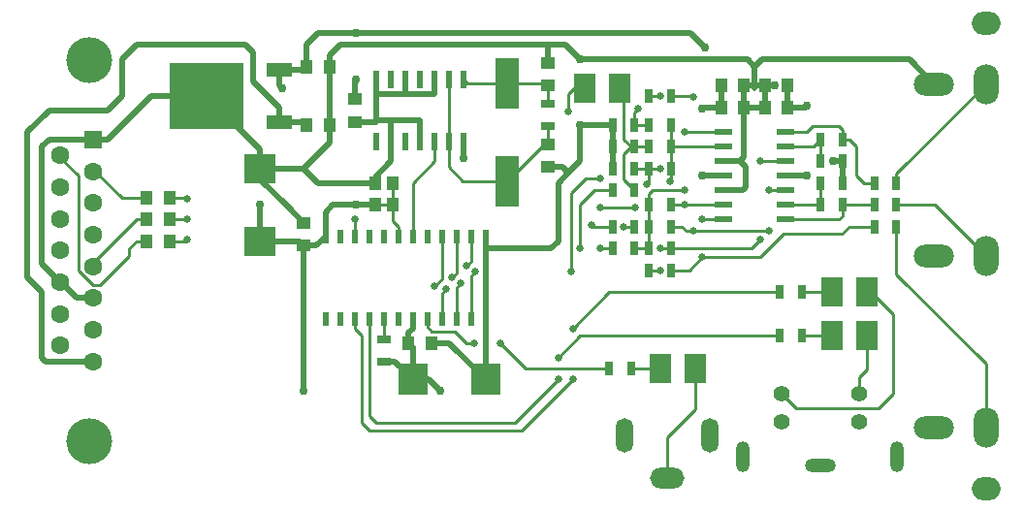
<source format=gtl>
G04 #@! TF.FileFunction,Copper,L1,Top,Signal*
%FSLAX46Y46*%
G04 Gerber Fmt 4.6, Leading zero omitted, Abs format (unit mm)*
G04 Created by KiCad (PCBNEW 4.0.7) date 02/27/18 10:57:39*
%MOMM*%
%LPD*%
G01*
G04 APERTURE LIST*
%ADD10C,0.100000*%
%ADD11C,0.254000*%
%ADD12O,1.200000X2.700000*%
%ADD13C,1.400000*%
%ADD14O,2.700000X1.200000*%
%ADD15O,2.200000X3.500000*%
%ADD16O,3.500000X2.000000*%
%ADD17O,2.500000X2.000000*%
%ADD18R,2.200000X1.200000*%
%ADD19R,6.400000X5.800000*%
%ADD20R,3.050000X2.750000*%
%ADD21R,2.550000X2.700000*%
%ADD22R,1.000000X1.250000*%
%ADD23R,1.250000X1.000000*%
%ADD24R,2.700000X2.550000*%
%ADD25R,1.950000X2.500000*%
%ADD26R,1.600000X1.600000*%
%ADD27C,1.600000*%
%ADD28C,4.000000*%
%ADD29R,1.300000X0.700000*%
%ADD30R,0.700000X1.300000*%
%ADD31R,1.500000X0.600000*%
%ADD32O,1.500000X3.000000*%
%ADD33O,3.000000X1.800000*%
%ADD34C,0.635000*%
%ADD35R,0.600000X1.500000*%
%ADD36R,2.000000X4.500000*%
%ADD37R,1.100000X1.300000*%
%ADD38R,0.600000X1.200000*%
%ADD39C,0.762000*%
%ADD40C,0.508000*%
%ADD41C,0.250000*%
G04 APERTURE END LIST*
D10*
D11*
X101473000Y-91440000D02*
X102997000Y-91440000D01*
D12*
X133585000Y-113395000D03*
X147085000Y-113395000D03*
D13*
X136935000Y-107895000D03*
X143735000Y-107895000D03*
X136935000Y-110395000D03*
X143735000Y-110395000D03*
D14*
X140335000Y-114195000D03*
D15*
X154805000Y-95885000D03*
X154805000Y-110885000D03*
X154805000Y-80885000D03*
D16*
X150305000Y-95885000D03*
X150305000Y-110885000D03*
X150305000Y-80885000D03*
D17*
X154805000Y-75585000D03*
X154805000Y-116185000D03*
D18*
X93100000Y-84195000D03*
X93100000Y-79635000D03*
D19*
X86800000Y-81915000D03*
D20*
X85125000Y-80390000D03*
X88475000Y-83440000D03*
X85125000Y-83440000D03*
X88475000Y-80390000D03*
D21*
X104775000Y-106680000D03*
X111125000Y-106680000D03*
D22*
X95520000Y-84455000D03*
X97520000Y-84455000D03*
X81550000Y-90805000D03*
X83550000Y-90805000D03*
X95520000Y-79375000D03*
X97520000Y-79375000D03*
X81550000Y-92710000D03*
X83550000Y-92710000D03*
X81550000Y-94615000D03*
X83550000Y-94615000D03*
X104410000Y-103505000D03*
X106410000Y-103505000D03*
D23*
X95250000Y-94980000D03*
X95250000Y-92980000D03*
D24*
X91440000Y-94615000D03*
X91440000Y-88265000D03*
D25*
X126427500Y-105727500D03*
X129477500Y-105727500D03*
X141350000Y-102870000D03*
X144400000Y-102870000D03*
X141350000Y-99060000D03*
X144400000Y-99060000D03*
X122810000Y-81280000D03*
X119760000Y-81280000D03*
D22*
X131715000Y-81026000D03*
X133715000Y-81026000D03*
X135525000Y-82931000D03*
X137525000Y-82931000D03*
X131715000Y-82931000D03*
X133715000Y-82931000D03*
X135525000Y-81026000D03*
X137525000Y-81026000D03*
D26*
X76835000Y-85725000D03*
D27*
X76835000Y-88495000D03*
X76835000Y-91265000D03*
X76835000Y-94035000D03*
X76835000Y-96805000D03*
X76835000Y-99575000D03*
X76835000Y-102345000D03*
X76835000Y-105115000D03*
X73995000Y-87110000D03*
X73995000Y-89880000D03*
X73995000Y-92650000D03*
X73995000Y-95420000D03*
X73995000Y-98190000D03*
X73995000Y-100960000D03*
X73995000Y-103730000D03*
D28*
X76535000Y-78770000D03*
X76535000Y-112070000D03*
D29*
X102235000Y-105090000D03*
X102235000Y-103190000D03*
D30*
X121922500Y-105727500D03*
X123822500Y-105727500D03*
X136845000Y-102870000D03*
X138745000Y-102870000D03*
X136845000Y-99060000D03*
X138745000Y-99060000D03*
X122240000Y-90170000D03*
X124140000Y-90170000D03*
X122240000Y-84455000D03*
X124140000Y-84455000D03*
X122240000Y-86360000D03*
X124140000Y-86360000D03*
X122240000Y-88265000D03*
X124140000Y-88265000D03*
X125415000Y-86360000D03*
X127315000Y-86360000D03*
X127315000Y-84455000D03*
X125415000Y-84455000D03*
X125415000Y-88265000D03*
X127315000Y-88265000D03*
X122240000Y-93345000D03*
X124140000Y-93345000D03*
X125415000Y-81915000D03*
X127315000Y-81915000D03*
X124140000Y-95250000D03*
X122240000Y-95250000D03*
X125415000Y-95250000D03*
X127315000Y-95250000D03*
X127315000Y-93345000D03*
X125415000Y-93345000D03*
X125415000Y-91440000D03*
X127315000Y-91440000D03*
X127315000Y-97155000D03*
X125415000Y-97155000D03*
X140401000Y-91440000D03*
X142301000Y-91440000D03*
X142301000Y-89535000D03*
X140401000Y-89535000D03*
X140401000Y-85725000D03*
X142301000Y-85725000D03*
X142301000Y-87630000D03*
X140401000Y-87630000D03*
X145100000Y-91440000D03*
X147000000Y-91440000D03*
X145100000Y-89535000D03*
X147000000Y-89535000D03*
X145100000Y-93345000D03*
X147000000Y-93345000D03*
D31*
X131920000Y-85090000D03*
X131920000Y-86360000D03*
X131920000Y-87630000D03*
X131920000Y-88900000D03*
X131920000Y-90170000D03*
X131920000Y-91440000D03*
X131920000Y-92710000D03*
X137320000Y-92710000D03*
X137320000Y-91440000D03*
X137320000Y-90170000D03*
X137320000Y-88900000D03*
X137320000Y-87630000D03*
X137320000Y-86360000D03*
X137320000Y-85090000D03*
D32*
X130750000Y-111600000D03*
D33*
X127000000Y-115300000D03*
D32*
X123250000Y-111600000D03*
D34*
X85090000Y-80010000D03*
X86995000Y-80010000D03*
X88900000Y-80010000D03*
X85090000Y-81915000D03*
X86995000Y-81915000D03*
X88900000Y-81915000D03*
X85090000Y-83820000D03*
X86995000Y-83820000D03*
X88900000Y-83820000D03*
D23*
X116586000Y-81010000D03*
X116586000Y-79010000D03*
X116586000Y-88122000D03*
X116586000Y-86122000D03*
X99695000Y-82185000D03*
X99695000Y-84185000D03*
D29*
X116586000Y-82616000D03*
X116586000Y-84516000D03*
D35*
X109220000Y-80485000D03*
X107950000Y-80485000D03*
X106680000Y-80485000D03*
X105410000Y-80485000D03*
X104140000Y-80485000D03*
X102870000Y-80485000D03*
X101600000Y-80485000D03*
X101600000Y-85885000D03*
X102870000Y-85885000D03*
X104140000Y-85885000D03*
X105410000Y-85885000D03*
X106680000Y-85885000D03*
X107950000Y-85885000D03*
X109220000Y-85885000D03*
D36*
X113030000Y-80840000D03*
X113030000Y-89340000D03*
D37*
X101485000Y-91440000D03*
X102985000Y-91440000D03*
X101485000Y-89535000D03*
X102985000Y-89535000D03*
D34*
X107696000Y-98806000D03*
X108966000Y-98298000D03*
X110236000Y-97282000D03*
X106680000Y-98552000D03*
X108204000Y-97790000D03*
X109474000Y-96774000D03*
D38*
X111125000Y-101390000D03*
X111125000Y-94190000D03*
X109855000Y-101390000D03*
X109855000Y-94190000D03*
X108585000Y-101390000D03*
X108585000Y-94190000D03*
X107315000Y-101390000D03*
X107315000Y-94190000D03*
X106045000Y-101390000D03*
X106045000Y-94190000D03*
X104775000Y-101390000D03*
X104775000Y-94190000D03*
X103505000Y-101390000D03*
X103505000Y-94190000D03*
X102235000Y-101390000D03*
X102235000Y-94190000D03*
X100965000Y-101390000D03*
X100965000Y-94190000D03*
X99695000Y-101390000D03*
X99695000Y-94190000D03*
X98425000Y-101390000D03*
X98425000Y-94190000D03*
X97155000Y-101390000D03*
X97155000Y-94190000D03*
D39*
X119380000Y-84455000D03*
X119380000Y-78740000D03*
X136398000Y-81026000D03*
X141478000Y-87630000D03*
X109220000Y-87376000D03*
X99822000Y-80518000D03*
X107188000Y-107696000D03*
X95250000Y-107696000D03*
X99822000Y-91440000D03*
X99822000Y-76454000D03*
X93345000Y-81280000D03*
X91440000Y-91440000D03*
X130302000Y-77724000D03*
X130048000Y-83058000D03*
X130048000Y-88900000D03*
D34*
X99695000Y-92710000D03*
X118364000Y-83312000D03*
D39*
X139192000Y-88900000D03*
X139192000Y-82804000D03*
D34*
X112395000Y-103505000D03*
X110109000Y-103505000D03*
X117475000Y-106680000D03*
X117475000Y-104775000D03*
X118745000Y-106680000D03*
X118745000Y-102235000D03*
X127254000Y-89408000D03*
X121158000Y-95250000D03*
X124206000Y-91694000D03*
X121158000Y-91694000D03*
X123190000Y-93345000D03*
X126365000Y-95250000D03*
X135128000Y-94488000D03*
X135128000Y-87630000D03*
X135890000Y-93726000D03*
X135890000Y-90170000D03*
X129286000Y-82042000D03*
X129286000Y-93726000D03*
X128524000Y-85090000D03*
X128524000Y-90170000D03*
X128524000Y-91440000D03*
X126365000Y-97155000D03*
X130048000Y-92710000D03*
X130048000Y-96012000D03*
X85090000Y-90932000D03*
X85090000Y-92710000D03*
X85090000Y-94488000D03*
X119380000Y-95250000D03*
X124460000Y-83058000D03*
X120396000Y-93218000D03*
X118618000Y-97282000D03*
X121158000Y-89154000D03*
X125222000Y-89662000D03*
X126365000Y-88265000D03*
X126365000Y-81915000D03*
D40*
X111125000Y-101390000D02*
X111125000Y-106680000D01*
X111125000Y-95250000D02*
X111125000Y-101390000D01*
X117475000Y-94615000D02*
X116840000Y-95250000D01*
X118364000Y-88646000D02*
X117475000Y-89535000D01*
X117475000Y-94615000D02*
X117475000Y-89535000D01*
X111125000Y-95250000D02*
X111125000Y-94190000D01*
X116840000Y-95250000D02*
X111125000Y-95250000D01*
X116586000Y-88122000D02*
X117840000Y-88122000D01*
X117840000Y-88122000D02*
X118364000Y-88646000D01*
X116586000Y-79010000D02*
X116586000Y-77470000D01*
X116586000Y-77470000D02*
X116586000Y-77724000D01*
X116586000Y-77724000D02*
X116586000Y-77470000D01*
X102870000Y-84074000D02*
X105410000Y-84074000D01*
X105410000Y-84074000D02*
X105410000Y-85885000D01*
X101600000Y-84074000D02*
X102870000Y-84074000D01*
X102870000Y-84074000D02*
X102870000Y-85885000D01*
X104140000Y-81788000D02*
X106680000Y-81788000D01*
X106680000Y-81788000D02*
X106680000Y-80485000D01*
X101600000Y-81788000D02*
X104140000Y-81788000D01*
X104140000Y-81788000D02*
X104140000Y-80485000D01*
X101600000Y-84185000D02*
X101600000Y-84074000D01*
X101600000Y-84074000D02*
X101600000Y-81788000D01*
X101600000Y-81788000D02*
X101600000Y-80485000D01*
X99695000Y-84185000D02*
X101600000Y-84185000D01*
X101485000Y-89535000D02*
X101485000Y-89015000D01*
X101485000Y-89015000D02*
X102870000Y-87630000D01*
X102870000Y-87630000D02*
X102870000Y-85885000D01*
X95250000Y-88265000D02*
X96520000Y-89535000D01*
X96520000Y-89535000D02*
X101485000Y-89535000D01*
X119380000Y-87630000D02*
X119380000Y-84455000D01*
X118364000Y-88646000D02*
X119380000Y-87630000D01*
X97520000Y-79375000D02*
X97520000Y-78375000D01*
X118110000Y-77470000D02*
X119380000Y-78740000D01*
X98425000Y-77470000D02*
X102870000Y-77470000D01*
X102870000Y-77470000D02*
X116586000Y-77470000D01*
X116586000Y-77470000D02*
X118110000Y-77470000D01*
X97520000Y-78375000D02*
X98425000Y-77470000D01*
X134620000Y-79375000D02*
X135255000Y-78740000D01*
X148160000Y-78740000D02*
X150305000Y-80885000D01*
X135255000Y-78740000D02*
X148160000Y-78740000D01*
X122240000Y-84455000D02*
X119380000Y-84455000D01*
X134620000Y-79375000D02*
X134620000Y-81026000D01*
X119380000Y-78740000D02*
X133985000Y-78740000D01*
X133985000Y-78740000D02*
X134620000Y-79375000D01*
X134620000Y-81026000D02*
X134620000Y-81280000D01*
X134620000Y-81280000D02*
X134620000Y-81026000D01*
X142301000Y-87630000D02*
X141478000Y-87630000D01*
X136398000Y-81026000D02*
X135525000Y-81026000D01*
X133350000Y-87630000D02*
X133858000Y-88138000D01*
X133604000Y-90170000D02*
X131920000Y-90170000D01*
X133858000Y-89916000D02*
X133604000Y-90170000D01*
X133858000Y-88138000D02*
X133858000Y-89916000D01*
X133715000Y-82931000D02*
X133715000Y-87265000D01*
X133350000Y-87630000D02*
X131920000Y-87630000D01*
X133715000Y-87265000D02*
X133350000Y-87630000D01*
X133715000Y-81026000D02*
X134620000Y-81026000D01*
X134620000Y-81026000D02*
X135525000Y-81026000D01*
X135525000Y-81026000D02*
X135525000Y-82931000D01*
X135525000Y-82931000D02*
X133715000Y-82931000D01*
X133715000Y-82931000D02*
X133715000Y-81026000D01*
X106410000Y-103505000D02*
X107950000Y-103505000D01*
X107950000Y-103505000D02*
X111125000Y-106680000D01*
X142301000Y-87630000D02*
X142301000Y-89535000D01*
X122240000Y-84455000D02*
X122240000Y-86360000D01*
X122240000Y-86360000D02*
X122240000Y-88265000D01*
X76835000Y-85725000D02*
X73025000Y-85725000D01*
X72390000Y-96585000D02*
X73995000Y-98190000D01*
X72390000Y-86360000D02*
X72390000Y-96585000D01*
X73025000Y-85725000D02*
X72390000Y-86360000D01*
X73995000Y-98190000D02*
X74060000Y-98190000D01*
X74060000Y-98190000D02*
X75445000Y-99575000D01*
X75445000Y-99575000D02*
X76835000Y-99575000D01*
X91440000Y-88265000D02*
X91440000Y-89170000D01*
X91440000Y-89170000D02*
X93845000Y-91575000D01*
X93845000Y-91575000D02*
X95250000Y-92980000D01*
X97520000Y-84455000D02*
X97520000Y-79375000D01*
X91440000Y-88265000D02*
X95250000Y-88265000D01*
X97520000Y-85995000D02*
X97520000Y-84455000D01*
X95250000Y-88265000D02*
X97520000Y-85995000D01*
X91440000Y-88265000D02*
X91440000Y-86555000D01*
X91440000Y-86555000D02*
X86800000Y-81915000D01*
X76835000Y-85725000D02*
X78105000Y-85725000D01*
X81915000Y-81915000D02*
X86800000Y-81915000D01*
X78105000Y-85725000D02*
X81915000Y-81915000D01*
D41*
X76835000Y-88495000D02*
X77065000Y-88495000D01*
X77065000Y-88495000D02*
X79375000Y-90805000D01*
X79375000Y-90805000D02*
X81550000Y-90805000D01*
D40*
X104410000Y-103505000D02*
X104410000Y-102600000D01*
X104775000Y-102235000D02*
X104775000Y-101390000D01*
X104410000Y-102600000D02*
X104775000Y-102235000D01*
X97155000Y-94190000D02*
X97155000Y-92075000D01*
X97155000Y-92075000D02*
X97790000Y-91440000D01*
X97790000Y-91440000D02*
X99822000Y-91440000D01*
X95250000Y-94980000D02*
X96365000Y-94980000D01*
X96365000Y-94980000D02*
X97155000Y-94190000D01*
X109220000Y-87376000D02*
X109220000Y-85885000D01*
X99695000Y-82185000D02*
X99695000Y-80645000D01*
X99695000Y-80645000D02*
X99822000Y-80518000D01*
X95520000Y-78470000D02*
X95520000Y-77454000D01*
X95520000Y-79375000D02*
X95520000Y-78470000D01*
X96520000Y-76454000D02*
X99568000Y-76454000D01*
X95520000Y-77454000D02*
X96520000Y-76454000D01*
X95250000Y-94980000D02*
X95250000Y-107696000D01*
X106172000Y-106680000D02*
X104775000Y-106680000D01*
X107188000Y-107696000D02*
X106172000Y-106680000D01*
X99568000Y-76454000D02*
X99822000Y-76454000D01*
X99822000Y-91440000D02*
X101485000Y-91440000D01*
X91440000Y-94615000D02*
X91440000Y-91440000D01*
X93100000Y-81035000D02*
X93100000Y-79635000D01*
X93345000Y-81280000D02*
X93100000Y-81035000D01*
X104648000Y-76454000D02*
X106471000Y-76454000D01*
X99568000Y-76454000D02*
X104648000Y-76454000D01*
X129032000Y-76454000D02*
X106471000Y-76454000D01*
X130302000Y-77724000D02*
X129032000Y-76454000D01*
X131715000Y-82931000D02*
X130175000Y-82931000D01*
X130175000Y-82931000D02*
X130048000Y-83058000D01*
X130048000Y-88900000D02*
X131920000Y-88900000D01*
X131715000Y-81026000D02*
X131715000Y-82931000D01*
X102235000Y-105090000D02*
X103185000Y-105090000D01*
X103185000Y-105090000D02*
X104775000Y-106680000D01*
X104775000Y-106680000D02*
X104775000Y-103870000D01*
X91440000Y-94615000D02*
X94885000Y-94615000D01*
X94885000Y-94615000D02*
X95250000Y-94980000D01*
X93100000Y-79635000D02*
X95260000Y-79635000D01*
X95260000Y-79635000D02*
X95520000Y-79375000D01*
D41*
X76835000Y-96805000D02*
X76835000Y-96520000D01*
X76835000Y-96520000D02*
X80645000Y-92710000D01*
X80645000Y-92710000D02*
X81550000Y-92710000D01*
X73995000Y-87110000D02*
X73995000Y-87330000D01*
X73995000Y-87330000D02*
X75565000Y-88900000D01*
X75565000Y-88900000D02*
X75565000Y-93980000D01*
X75565000Y-93980000D02*
X75565000Y-97155000D01*
X75565000Y-97155000D02*
X76835000Y-98425000D01*
X76835000Y-98425000D02*
X77470000Y-98425000D01*
X77470000Y-98425000D02*
X80010000Y-95885000D01*
X80010000Y-95885000D02*
X80010000Y-95250000D01*
X80010000Y-95250000D02*
X80645000Y-94615000D01*
X80645000Y-94615000D02*
X81550000Y-94615000D01*
D11*
X123822500Y-105727500D02*
X126427500Y-105727500D01*
X129477500Y-105727500D02*
X129477500Y-109282500D01*
X127000000Y-111760000D02*
X127000000Y-115300000D01*
X129477500Y-109282500D02*
X127000000Y-111760000D01*
X138745000Y-102870000D02*
X141350000Y-102870000D01*
X144400000Y-105155000D02*
X144400000Y-105790000D01*
X144400000Y-102870000D02*
X144400000Y-105155000D01*
X143735000Y-106455000D02*
X143735000Y-107895000D01*
X144400000Y-105790000D02*
X143735000Y-106455000D01*
X138745000Y-99060000D02*
X141350000Y-99060000D01*
X146685000Y-106045000D02*
X146685000Y-107950000D01*
X146685000Y-100965000D02*
X146685000Y-106045000D01*
X144780000Y-99060000D02*
X146685000Y-100965000D01*
X138260000Y-109220000D02*
X136935000Y-107895000D01*
X145415000Y-109220000D02*
X138260000Y-109220000D01*
X146685000Y-107950000D02*
X145415000Y-109220000D01*
X144400000Y-99060000D02*
X144780000Y-99060000D01*
X124140000Y-86360000D02*
X123825000Y-86360000D01*
X123825000Y-86360000D02*
X123190000Y-85725000D01*
X123190000Y-85725000D02*
X123190000Y-81660000D01*
X123190000Y-81660000D02*
X122810000Y-81280000D01*
X124140000Y-86360000D02*
X125415000Y-86360000D01*
X123825000Y-86360000D02*
X123190000Y-86995000D01*
X123190000Y-86995000D02*
X123190000Y-89220000D01*
X123190000Y-89220000D02*
X124140000Y-90170000D01*
X99695000Y-92710000D02*
X99695000Y-94190000D01*
X118364000Y-81788000D02*
X118872000Y-81280000D01*
X118364000Y-83312000D02*
X118364000Y-81788000D01*
X118872000Y-81280000D02*
X119760000Y-81280000D01*
D40*
X137525000Y-82931000D02*
X139065000Y-82931000D01*
X139192000Y-88900000D02*
X137320000Y-88900000D01*
X139065000Y-82931000D02*
X139192000Y-82804000D01*
X137525000Y-81026000D02*
X137525000Y-82931000D01*
D11*
X147000000Y-91440000D02*
X150360000Y-91440000D01*
X150360000Y-91440000D02*
X154805000Y-95885000D01*
X147000000Y-93345000D02*
X147000000Y-97470000D01*
X154805000Y-105275000D02*
X154805000Y-110885000D01*
X147000000Y-97470000D02*
X154805000Y-105275000D01*
X147000000Y-89535000D02*
X147000000Y-88690000D01*
X147000000Y-88690000D02*
X154805000Y-80885000D01*
X102235000Y-103190000D02*
X102235000Y-101390000D01*
X106045000Y-101390000D02*
X106045000Y-102108000D01*
X117157500Y-105727500D02*
X121922500Y-105727500D01*
X114617500Y-105727500D02*
X117157500Y-105727500D01*
X112395000Y-103505000D02*
X114617500Y-105727500D01*
X109474000Y-103505000D02*
X110109000Y-103505000D01*
X108458000Y-102489000D02*
X109474000Y-103505000D01*
X106426000Y-102489000D02*
X108458000Y-102489000D01*
X106045000Y-102108000D02*
X106426000Y-102489000D01*
X100965000Y-101390000D02*
X100965000Y-109855000D01*
X101600000Y-110490000D02*
X113665000Y-110490000D01*
X113665000Y-110490000D02*
X117475000Y-106680000D01*
X117475000Y-104775000D02*
X119380000Y-102870000D01*
X119380000Y-102870000D02*
X136845000Y-102870000D01*
X100965000Y-109855000D02*
X101600000Y-110490000D01*
X99695000Y-101390000D02*
X99695000Y-102235000D01*
X100330000Y-110490000D02*
X100965000Y-111125000D01*
X100965000Y-111125000D02*
X114300000Y-111125000D01*
X114300000Y-111125000D02*
X118745000Y-106680000D01*
X118745000Y-102235000D02*
X121920000Y-99060000D01*
X121920000Y-99060000D02*
X136845000Y-99060000D01*
X100330000Y-102870000D02*
X100330000Y-109855000D01*
X99695000Y-102235000D02*
X100330000Y-102870000D01*
X100330000Y-109855000D02*
X100330000Y-110490000D01*
X127315000Y-88265000D02*
X127315000Y-89347000D01*
X127315000Y-89347000D02*
X127254000Y-89408000D01*
X121158000Y-95250000D02*
X122240000Y-95250000D01*
X121158000Y-91694000D02*
X124206000Y-91694000D01*
X131920000Y-86360000D02*
X128110000Y-86360000D01*
X128110000Y-86360000D02*
X127315000Y-86360000D01*
X127315000Y-88265000D02*
X127315000Y-86360000D01*
X127315000Y-84455000D02*
X127315000Y-86360000D01*
X127315000Y-95250000D02*
X126365000Y-95250000D01*
X123190000Y-93345000D02*
X124140000Y-93345000D01*
X130556000Y-95250000D02*
X134366000Y-95250000D01*
X134366000Y-95250000D02*
X135128000Y-94488000D01*
X137320000Y-87630000D02*
X135128000Y-87630000D01*
X130556000Y-95250000D02*
X127315000Y-95250000D01*
X129540000Y-93726000D02*
X128651000Y-93726000D01*
X128270000Y-93345000D02*
X127315000Y-93345000D01*
X128651000Y-93726000D02*
X128270000Y-93345000D01*
X129286000Y-93726000D02*
X129540000Y-93726000D01*
X129540000Y-93726000D02*
X129794000Y-93726000D01*
X129794000Y-93726000D02*
X135890000Y-93726000D01*
X135890000Y-90170000D02*
X137320000Y-90170000D01*
X127315000Y-81915000D02*
X129159000Y-81915000D01*
X129159000Y-93599000D02*
X129286000Y-93726000D01*
X129159000Y-81915000D02*
X129286000Y-82042000D01*
X128524000Y-90170000D02*
X125730000Y-90170000D01*
X131920000Y-85090000D02*
X128524000Y-85090000D01*
X125415000Y-90485000D02*
X125415000Y-91440000D01*
X125730000Y-90170000D02*
X125415000Y-90485000D01*
X125415000Y-93345000D02*
X125415000Y-91440000D01*
X125415000Y-93345000D02*
X125415000Y-95250000D01*
X124140000Y-95250000D02*
X125415000Y-95250000D01*
X125415000Y-97155000D02*
X126365000Y-97155000D01*
X128016000Y-91440000D02*
X131920000Y-91440000D01*
X127315000Y-91440000D02*
X128524000Y-91440000D01*
X128524000Y-91440000D02*
X128016000Y-91440000D01*
X128016000Y-91440000D02*
X128110000Y-91440000D01*
X130048000Y-96012000D02*
X135128000Y-96012000D01*
X142875000Y-93345000D02*
X145100000Y-93345000D01*
X142240000Y-93980000D02*
X142875000Y-93345000D01*
X137160000Y-93980000D02*
X142240000Y-93980000D01*
X135128000Y-96012000D02*
X137160000Y-93980000D01*
X127315000Y-97155000D02*
X128905000Y-97155000D01*
X130048000Y-92710000D02*
X131920000Y-92710000D01*
X128905000Y-97155000D02*
X130048000Y-96012000D01*
X137320000Y-91440000D02*
X140401000Y-91440000D01*
X140401000Y-91440000D02*
X140401000Y-89535000D01*
X142301000Y-91440000D02*
X145100000Y-91440000D01*
X137320000Y-92710000D02*
X141986000Y-92710000D01*
X142301000Y-92395000D02*
X142301000Y-91440000D01*
X141986000Y-92710000D02*
X142301000Y-92395000D01*
X142301000Y-91760000D02*
X142301000Y-91440000D01*
X137320000Y-86360000D02*
X139766000Y-86360000D01*
X139766000Y-86360000D02*
X140401000Y-85725000D01*
X140401000Y-85725000D02*
X140401000Y-87630000D01*
X142301000Y-85725000D02*
X142875000Y-85725000D01*
X144145000Y-89535000D02*
X145100000Y-89535000D01*
X143510000Y-88900000D02*
X144145000Y-89535000D01*
X143510000Y-86360000D02*
X143510000Y-88900000D01*
X142875000Y-85725000D02*
X143510000Y-86360000D01*
X137320000Y-85090000D02*
X139192000Y-85090000D01*
X142301000Y-84897000D02*
X142301000Y-85725000D01*
X141986000Y-84582000D02*
X142301000Y-84897000D01*
X139700000Y-84582000D02*
X141986000Y-84582000D01*
X139192000Y-85090000D02*
X139700000Y-84582000D01*
D40*
X93100000Y-84195000D02*
X95260000Y-84195000D01*
X95260000Y-84195000D02*
X95520000Y-84455000D01*
X78105000Y-83185000D02*
X79375000Y-81915000D01*
X72730000Y-105115000D02*
X72390000Y-104775000D01*
X72390000Y-104775000D02*
X72390000Y-99060000D01*
X72390000Y-99060000D02*
X71120000Y-97790000D01*
X71120000Y-97790000D02*
X71120000Y-85090000D01*
X71120000Y-85090000D02*
X73025000Y-83185000D01*
X73025000Y-83185000D02*
X78105000Y-83185000D01*
X76835000Y-105115000D02*
X72730000Y-105115000D01*
X93100000Y-82940000D02*
X93100000Y-84195000D01*
X90805000Y-80645000D02*
X93100000Y-82940000D01*
X90805000Y-78105000D02*
X90805000Y-80645000D01*
X90170000Y-77470000D02*
X90805000Y-78105000D01*
X89535000Y-77470000D02*
X90170000Y-77470000D01*
X80645000Y-77470000D02*
X89535000Y-77470000D01*
X79375000Y-78740000D02*
X80645000Y-77470000D01*
X79375000Y-81915000D02*
X79375000Y-78740000D01*
D11*
X95260000Y-84195000D02*
X95520000Y-84455000D01*
X104775000Y-94190000D02*
X104775000Y-89535000D01*
X104775000Y-89535000D02*
X106680000Y-87630000D01*
X106680000Y-87630000D02*
X106680000Y-85885000D01*
X113030000Y-80840000D02*
X109575000Y-80840000D01*
X109575000Y-80840000D02*
X109220000Y-80485000D01*
X116586000Y-82616000D02*
X116586000Y-81010000D01*
X116586000Y-81010000D02*
X116416000Y-80840000D01*
X116416000Y-80840000D02*
X113030000Y-80840000D01*
X107950000Y-85885000D02*
X107950000Y-80485000D01*
X113030000Y-89340000D02*
X109152000Y-89340000D01*
X107950000Y-88138000D02*
X107950000Y-85885000D01*
X109152000Y-89340000D02*
X107950000Y-88138000D01*
X116586000Y-86122000D02*
X116248000Y-86122000D01*
X116248000Y-86122000D02*
X113030000Y-89340000D01*
X116586000Y-84516000D02*
X116586000Y-86122000D01*
X103505000Y-94190000D02*
X103505000Y-93345000D01*
X103505000Y-93345000D02*
X102985000Y-92825000D01*
X102985000Y-92825000D02*
X102985000Y-91440000D01*
X102985000Y-91440000D02*
X102985000Y-89535000D01*
X109855000Y-94190000D02*
X109855000Y-96393000D01*
X109855000Y-96393000D02*
X109474000Y-96774000D01*
X83550000Y-90805000D02*
X84963000Y-90805000D01*
X84963000Y-90805000D02*
X85090000Y-90932000D01*
X83550000Y-90805000D02*
X83820000Y-90805000D01*
X108585000Y-94190000D02*
X108585000Y-97409000D01*
X108585000Y-97409000D02*
X108204000Y-97790000D01*
X83550000Y-92710000D02*
X85090000Y-92710000D01*
X83550000Y-92710000D02*
X83820000Y-92710000D01*
X107315000Y-94190000D02*
X107315000Y-97917000D01*
X107315000Y-97917000D02*
X106680000Y-98552000D01*
X83550000Y-94615000D02*
X84963000Y-94615000D01*
X84963000Y-94615000D02*
X85090000Y-94488000D01*
X83550000Y-94615000D02*
X83820000Y-94615000D01*
X108585000Y-101390000D02*
X108585000Y-100690000D01*
X108585000Y-100690000D02*
X108585000Y-98679000D01*
X108585000Y-98679000D02*
X108966000Y-98298000D01*
X120650000Y-90170000D02*
X122240000Y-90170000D01*
X119380000Y-91440000D02*
X120650000Y-90170000D01*
X119380000Y-95250000D02*
X119380000Y-91440000D01*
X109855000Y-101390000D02*
X109855000Y-100690000D01*
X109855000Y-100690000D02*
X109855000Y-97663000D01*
X109855000Y-97663000D02*
X110236000Y-97282000D01*
X122240000Y-93345000D02*
X120523000Y-93345000D01*
X124140000Y-83378000D02*
X124140000Y-84455000D01*
X124460000Y-83058000D02*
X124140000Y-83378000D01*
X120523000Y-93345000D02*
X120396000Y-93218000D01*
X124140000Y-84455000D02*
X125415000Y-84455000D01*
X107315000Y-101390000D02*
X107315000Y-100690000D01*
X107315000Y-99187000D02*
X107696000Y-98806000D01*
X107315000Y-100690000D02*
X107315000Y-99187000D01*
X125415000Y-88265000D02*
X125415000Y-89469000D01*
X118618000Y-90424000D02*
X118618000Y-97282000D01*
X119888000Y-89154000D02*
X118618000Y-90424000D01*
X121158000Y-89154000D02*
X119888000Y-89154000D01*
X125415000Y-89469000D02*
X125222000Y-89662000D01*
X125415000Y-81915000D02*
X126365000Y-81915000D01*
X126365000Y-88265000D02*
X125415000Y-88265000D01*
X125415000Y-88265000D02*
X125415000Y-88585000D01*
X125415000Y-81595000D02*
X125415000Y-81915000D01*
X124140000Y-88265000D02*
X125415000Y-88265000D01*
M02*

</source>
